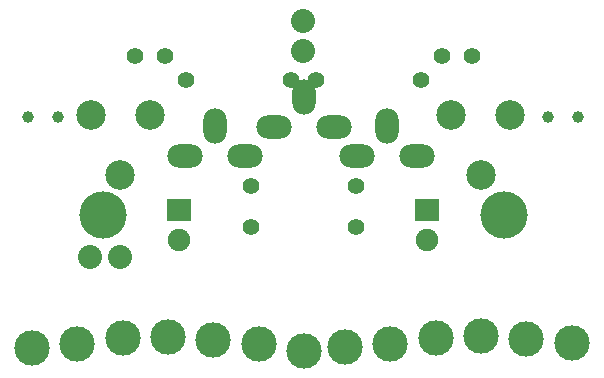
<source format=gbr>
G04 #@! TF.FileFunction,Soldermask,Bot*
%FSLAX46Y46*%
G04 Gerber Fmt 4.6, Leading zero omitted, Abs format (unit mm)*
G04 Created by KiCad (PCBNEW no-vcs-found-undefined) date Sun Oct 16 01:46:47 2016*
%MOMM*%
%LPD*%
G01*
G04 APERTURE LIST*
%ADD10C,0.100000*%
%ADD11O,2.032000X2.032000*%
%ADD12C,2.032000*%
%ADD13O,1.998980X2.999740*%
%ADD14O,2.999740X1.998980*%
%ADD15C,1.397000*%
%ADD16C,1.000000*%
%ADD17C,3.000000*%
%ADD18R,2.000000X1.900000*%
%ADD19C,1.900000*%
%ADD20C,4.000000*%
%ADD21C,2.499360*%
G04 APERTURE END LIST*
D10*
D11*
X132013000Y-86823000D03*
D12*
X134553000Y-86823000D03*
D13*
X150093000Y-73283000D03*
D14*
X147553000Y-75823000D03*
X152633000Y-75823000D03*
D15*
X148998000Y-71823000D03*
X140108000Y-71823000D03*
D11*
X150053000Y-69363000D03*
D12*
X150053000Y-66823000D03*
D15*
X135783000Y-69823000D03*
X138323000Y-69823000D03*
X164323000Y-69823000D03*
X161783000Y-69823000D03*
D16*
X126730000Y-75000000D03*
X129270000Y-75000000D03*
X170730000Y-75000000D03*
X173270000Y-75000000D03*
D15*
X154498000Y-84323000D03*
X145608000Y-84323000D03*
X159998000Y-71823000D03*
X151108000Y-71823000D03*
X145608000Y-80823000D03*
X154498000Y-80823000D03*
D17*
X157378400Y-94208600D03*
D18*
X139553000Y-82823000D03*
D19*
X139553000Y-85363000D03*
D18*
X160553000Y-82823000D03*
D19*
X160553000Y-85363000D03*
D13*
X157093000Y-75783000D03*
D14*
X154553000Y-78323000D03*
X159633000Y-78323000D03*
D20*
X133053000Y-83323000D03*
X167053000Y-83323000D03*
D17*
X165074600Y-93522800D03*
X153568400Y-94437200D03*
X161239200Y-93700600D03*
X142392400Y-93853000D03*
X146253200Y-94208600D03*
X168910000Y-93751400D03*
X130886200Y-94208600D03*
X134747000Y-93726000D03*
X172770800Y-94132400D03*
X127076200Y-94513400D03*
X150063200Y-94818200D03*
X138582400Y-93624400D03*
D13*
X142593000Y-75783000D03*
D14*
X140053000Y-78323000D03*
X145133000Y-78323000D03*
D21*
X134553640Y-79862360D03*
X132054280Y-74823000D03*
X137053000Y-74823000D03*
X165053640Y-79862360D03*
X162554280Y-74823000D03*
X167553000Y-74823000D03*
M02*

</source>
